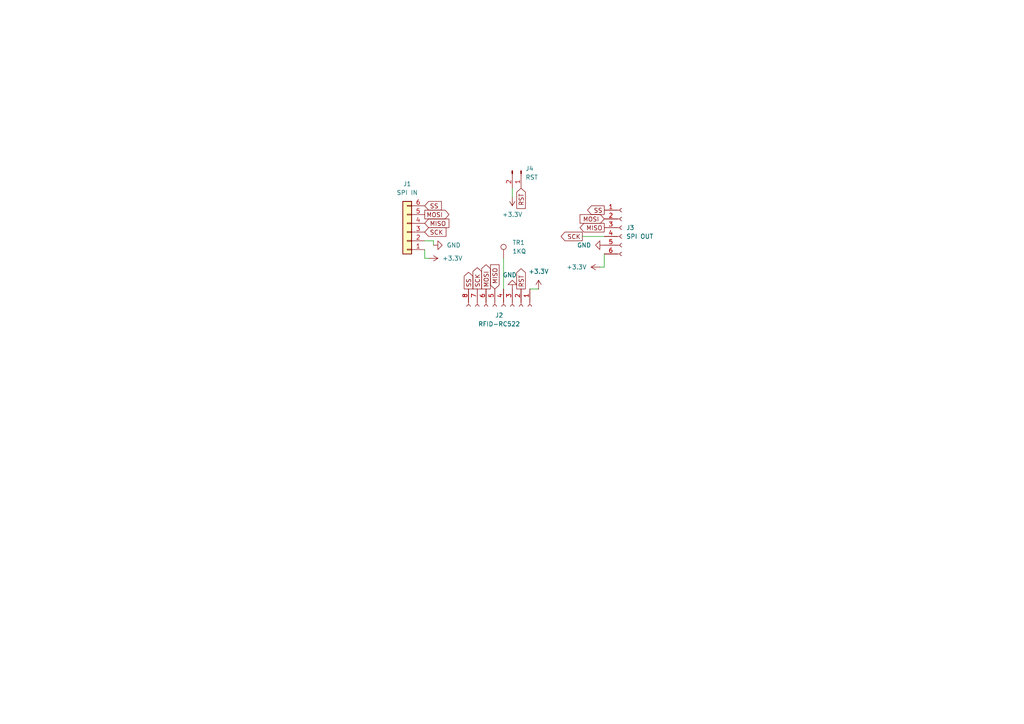
<source format=kicad_sch>
(kicad_sch (version 20250114) (generator "eeschema") (generator_version "9.0")
  (paper "A4")
  (lib_symbols
    (symbol "Connector:Conn_01x02_Pin" (pin_names (offset 1.016) (hide yes))
      (property "Reference" "J" (at 0 2.54 0))
      (property "Value" "Conn_01x02_Pin" (at 0 -5.08 0))
      (symbol "Conn_01x02_Pin_1_1"
        (rectangle (start 0.8636 0.127) (end 0 -0.127) (stroke (width 0.1524)) (fill (type outline)))
        (rectangle (start 0.8636 -2.413) (end 0 -2.667) (stroke (width 0.1524)) (fill (type outline)))
        (polyline (pts (xy 1.27 0) (xy 0.8636 0)) (stroke (width 0.1524)))
        (polyline (pts (xy 1.27 -2.54) (xy 0.8636 -2.54)) (stroke (width 0.1524)))
        (pin passive line (at 5.08 0 180) (length 3.81) (name "Pin_1") (number "1"))
        (pin passive line (at 5.08 -2.54 180) (length 3.81) (name "Pin_2") (number "2"))
      )
    )
    (symbol "Connector:Conn_01x06_Socket" (pin_names (offset 1.016) (hide yes))
      (property "Reference" "J" (at 0 7.62 0))
      (property "Value" "Conn_01x06_Socket" (at 0 -10.16 0))
      (symbol "Conn_01x06_Socket_1_1"
        (polyline (pts (xy -1.27 5.08) (xy -0.508 5.08)) (stroke (width 0.1524)))
        (polyline (pts (xy -1.27 2.54) (xy -0.508 2.54)) (stroke (width 0.1524)))
        (polyline (pts (xy -1.27 0) (xy -0.508 0)) (stroke (width 0.1524)))
        (polyline (pts (xy -1.27 -2.54) (xy -0.508 -2.54)) (stroke (width 0.1524)))
        (polyline (pts (xy -1.27 -5.08) (xy -0.508 -5.08)) (stroke (width 0.1524)))
        (polyline (pts (xy -1.27 -7.62) (xy -0.508 -7.62)) (stroke (width 0.1524)))
        (arc (start 0 4.572) (mid -0.5058 5.08) (end 0 5.588) (stroke (width 0.1524)))
        (arc (start 0 2.032) (mid -0.5058 2.54) (end 0 3.048) (stroke (width 0.1524)))
        (arc (start 0 -0.508) (mid -0.5058 0) (end 0 0.508) (stroke (width 0.1524)))
        (arc (start 0 -3.048) (mid -0.5058 -2.54) (end 0 -2.032) (stroke (width 0.1524)))
        (arc (start 0 -5.588) (mid -0.5058 -5.08) (end 0 -4.572) (stroke (width 0.1524)))
        (arc (start 0 -8.128) (mid -0.5058 -7.62) (end 0 -7.112) (stroke (width 0.1524)))
        (pin passive line (at -5.08 5.08 0) (length 3.81) (name "Pin_1") (number "1"))
        (pin passive line (at -5.08 2.54 0) (length 3.81) (name "Pin_2") (number "2"))
        (pin passive line (at -5.08 0 0) (length 3.81) (name "Pin_3") (number "3"))
        (pin passive line (at -5.08 -2.54 0) (length 3.81) (name "Pin_4") (number "4"))
        (pin passive line (at -5.08 -5.08 0) (length 3.81) (name "Pin_5") (number "5"))
        (pin passive line (at -5.08 -7.62 0) (length 3.81) (name "Pin_6") (number "6"))
      )
    )
    (symbol "Connector:Conn_01x08_Socket" (pin_names (offset 1.016) (hide yes))
      (property "Reference" "J" (at 0 10.16 0))
      (property "Value" "Conn_01x08_Socket" (at 0 -12.7 0))
      (symbol "Conn_01x08_Socket_1_1"
        (polyline (pts (xy -1.27 7.62) (xy -0.508 7.62)) (stroke (width 0.1524)))
        (polyline (pts (xy -1.27 5.08) (xy -0.508 5.08)) (stroke (width 0.1524)))
        (polyline (pts (xy -1.27 2.54) (xy -0.508 2.54)) (stroke (width 0.1524)))
        (polyline (pts (xy -1.27 0) (xy -0.508 0)) (stroke (width 0.1524)))
        (polyline (pts (xy -1.27 -2.54) (xy -0.508 -2.54)) (stroke (width 0.1524)))
        (polyline (pts (xy -1.27 -5.08) (xy -0.508 -5.08)) (stroke (width 0.1524)))
        (polyline (pts (xy -1.27 -7.62) (xy -0.508 -7.62)) (stroke (width 0.1524)))
        (polyline (pts (xy -1.27 -10.16) (xy -0.508 -10.16)) (stroke (width 0.1524)))
        (arc (start 0 7.112) (mid -0.5058 7.62) (end 0 8.128) (stroke (width 0.1524)))
        (arc (start 0 4.572) (mid -0.5058 5.08) (end 0 5.588) (stroke (width 0.1524)))
        (arc (start 0 2.032) (mid -0.5058 2.54) (end 0 3.048) (stroke (width 0.1524)))
        (arc (start 0 -0.508) (mid -0.5058 0) (end 0 0.508) (stroke (width 0.1524)))
        (arc (start 0 -3.048) (mid -0.5058 -2.54) (end 0 -2.032) (stroke (width 0.1524)))
        (arc (start 0 -5.588) (mid -0.5058 -5.08) (end 0 -4.572) (stroke (width 0.1524)))
        (arc (start 0 -8.128) (mid -0.5058 -7.62) (end 0 -7.112) (stroke (width 0.1524)))
        (arc (start 0 -10.668) (mid -0.5058 -10.16) (end 0 -9.652) (stroke (width 0.1524)))
        (pin passive line (at -5.08 7.62 0) (length 3.81) (name "Pin_1") (number "1"))
        (pin passive line (at -5.08 5.08 0) (length 3.81) (name "Pin_2") (number "2"))
        (pin passive line (at -5.08 2.54 0) (length 3.81) (name "Pin_3") (number "3"))
        (pin passive line (at -5.08 0 0) (length 3.81) (name "Pin_4") (number "4"))
        (pin passive line (at -5.08 -2.54 0) (length 3.81) (name "Pin_5") (number "5"))
        (pin passive line (at -5.08 -5.08 0) (length 3.81) (name "Pin_6") (number "6"))
        (pin passive line (at -5.08 -7.62 0) (length 3.81) (name "Pin_7") (number "7"))
        (pin passive line (at -5.08 -10.16 0) (length 3.81) (name "Pin_8") (number "8"))
      )
    )
    (symbol "Connector:TestPoint" (pin_numbers (hide yes)) (pin_names (offset 0.762) (hide yes))
      (property "Reference" "TP" (at 0 6.858 0))
      (property "Value" "TestPoint" (at 0 5.08 0))
      (symbol "TestPoint_0_1"
        (circle (center 0 3.302) (radius 0.762))
      )
      (symbol "TestPoint_1_1"
        (pin passive line (at 0 0 90) (length 2.54) (name "1") (number "1"))
      )
    )
    (symbol "Connector_Generic:Conn_01x06" (pin_names (offset 1.016) (hide yes))
      (property "Reference" "J" (at 0 7.62 0))
      (property "Value" "Conn_01x06" (at 0 -10.16 0))
      (symbol "Conn_01x06_1_1"
        (rectangle (start -1.27 6.35) (end 1.27 -8.89) (stroke (width 0.254)) (fill (type background)))
        (rectangle (start -1.27 5.207) (end 0 4.953) (stroke (width 0.1524)))
        (rectangle (start -1.27 2.667) (end 0 2.413) (stroke (width 0.1524)))
        (rectangle (start -1.27 0.127) (end 0 -0.127) (stroke (width 0.1524)))
        (rectangle (start -1.27 -2.413) (end 0 -2.667) (stroke (width 0.1524)))
        (rectangle (start -1.27 -4.953) (end 0 -5.207) (stroke (width 0.1524)))
        (rectangle (start -1.27 -7.493) (end 0 -7.747) (stroke (width 0.1524)))
        (pin passive line (at -5.08 5.08 0) (length 3.81) (name "Pin_1") (number "1"))
        (pin passive line (at -5.08 2.54 0) (length 3.81) (name "Pin_2") (number "2"))
        (pin passive line (at -5.08 0 0) (length 3.81) (name "Pin_3") (number "3"))
        (pin passive line (at -5.08 -2.54 0) (length 3.81) (name "Pin_4") (number "4"))
        (pin passive line (at -5.08 -5.08 0) (length 3.81) (name "Pin_5") (number "5"))
        (pin passive line (at -5.08 -7.62 0) (length 3.81) (name "Pin_6") (number "6"))
      )
    )
    (symbol "power:+3.3V" (power) (pin_numbers (hide yes)) (pin_names (offset 0) (hide yes))
      (property "Value" "+3.3V" (at 0 3.556 0))
      (symbol "+3.3V_0_1"
        (polyline (pts (xy -0.762 1.27) (xy 0 2.54)))
        (polyline (pts (xy 0 2.54) (xy 0.762 1.27)))
        (polyline (pts (xy 0 0) (xy 0 2.54)))
      )
      (symbol "+3.3V_1_1"
        (pin power_in line (at 0 0 90) (length 0) (name "~") (number "1"))
      )
    )
    (symbol "power:GND" (power) (pin_numbers (hide yes)) (pin_names (offset 0) (hide yes))
      (property "Value" "GND" (at 0 -3.81 0))
      (symbol "GND_0_1"
        (polyline (pts (xy 0 0) (xy 0 -1.27) (xy 1.27 -1.27) (xy 0 -2.54) (xy -1.27 -1.27) (xy 0 -1.27)))
      )
      (symbol "GND_1_1"
        (pin power_in line (at 0 0 270) (length 0) (name "~") (number "1"))
      )
    )
  )
  (wire (pts (xy 146.05 74.93) (xy 146.05 83.82)))
  (wire (pts (xy 175.26 77.47) (xy 173.99 77.47)))
  (wire (pts (xy 148.59 57.15) (xy 148.59 54.61)))
  (wire (pts (xy 124.46 74.93) (xy 123.19 74.93)))
  (wire (pts (xy 123.19 72.39) (xy 123.19 74.93)))
  (wire (pts (xy 125.73 69.85) (xy 123.19 69.85)))
  (wire (pts (xy 175.26 73.66) (xy 175.26 77.47)))
  (wire (pts (xy 168.91 68.58) (xy 175.26 68.58)))
  (wire (pts (xy 125.73 71.12) (xy 125.73 69.85)))
  (wire (pts (xy 156.21 83.82) (xy 153.67 83.82)))
  (global_label "SS" (shape input) (at 123.19 59.69 0) (property "Intersheetrefs" "${INTERSHEET_REFS}" (effects (hide yes))))
  (global_label "MISO" (shape input) (at 143.51 83.82 90) (property "Intersheetrefs" "${INTERSHEET_REFS}" (effects (hide yes))))
  (global_label "RST" (shape output) (at 151.13 83.82 90) (property "Intersheetrefs" "${INTERSHEET_REFS}" (effects (hide yes))))
  (global_label "SCK" (shape output) (at 138.43 83.82 90) (property "Intersheetrefs" "${INTERSHEET_REFS}" (effects (hide yes))))
  (global_label "MISO" (shape input) (at 123.19 64.77 0) (property "Intersheetrefs" "${INTERSHEET_REFS}" (effects (hide yes))))
  (global_label "MOSI" (shape output) (at 140.97 83.82 90) (property "Intersheetrefs" "${INTERSHEET_REFS}" (effects (hide yes))))
  (global_label "SCK" (shape input) (at 123.19 67.31 0) (property "Intersheetrefs" "${INTERSHEET_REFS}" (effects (hide yes))))
  (global_label "SS" (shape output) (at 175.26 60.96 180) (property "Intersheetrefs" "${INTERSHEET_REFS}" (effects (hide yes))))
  (global_label "SCK" (shape output) (at 168.91 68.58 180) (property "Intersheetrefs" "${INTERSHEET_REFS}" (effects (hide yes))))
  (global_label "MOSI" (shape output) (at 123.19 62.23 0) (property "Intersheetrefs" "${INTERSHEET_REFS}" (effects (hide yes))))
  (global_label "RST" (shape input) (at 151.13 54.61 270) (property "Intersheetrefs" "${INTERSHEET_REFS}" (effects (hide yes))))
  (global_label "MISO" (shape output) (at 175.26 66.04 180) (property "Intersheetrefs" "${INTERSHEET_REFS}" (effects (hide yes))))
  (global_label "SS" (shape output) (at 135.89 83.82 90) (property "Intersheetrefs" "${INTERSHEET_REFS}" (effects (hide yes))))
  (global_label "MOSI" (shape input) (at 175.26 63.5 180) (property "Intersheetrefs" "${INTERSHEET_REFS}" (effects (hide yes))))
  (symbol (lib_id "power:+3.3V") (at 148.59 57.15 180) (unit 1)
    (property "Reference" "#PWR07" (effects (hide yes)))
    (property "Value" "+3.3V" (at 148.59 62.23 0))
    (property "Description" "Power symbol creates a global label with name \"+3.3V\"" (effects (hide yes)))
  )
  (symbol (lib_id "power:GND") (at 148.59 83.82 180) (unit 1)
    (property "Reference" "#PWR06" (effects (hide yes)))
    (property "Value" "GND" (at 147.828 79.756 0))
    (property "Description" "Power symbol creates a global label with name \"GND\" , ground" (effects (hide yes)))
  )
  (symbol (lib_id "Connector:Conn_01x06_Socket") (at 180.34 66.04 0) (unit 1)
    (property "Reference" "J3" (at 181.61 66.0399 0) (effects (justify left)))
    (property "Value" "SPI OUT" (at 181.61 68.5799 0) (effects (justify left)))
    (property "Footprint" "Connector_PinSocket_2.54mm:PinSocket_1x06_P2.54mm_Horizontal" (effects (hide yes)))
    (property "Description" "Generic connector, single row, 01x06, script generated" (effects (hide yes)))
  )
  (symbol (lib_id "Connector:Conn_01x08_Socket") (at 146.05 88.9 270) (unit 1)
    (property "Reference" "J2" (at 144.78 91.44 90))
    (property "Value" "RFID-RC522" (at 144.78 93.98 90))
    (property "Footprint" "Connector_PinSocket_2.54mm:PinSocket_1x08_P2.54mm_Vertical" (effects (hide yes)))
    (property "Description" "Generic connector, single row, 01x08, script generated" (effects (hide yes)))
  )
  (symbol (lib_id "Connector:Conn_01x02_Pin") (at 151.13 49.53 270) (unit 1)
    (property "Reference" "J4" (at 152.4 48.8949 90) (effects (justify left)))
    (property "Value" "RST" (at 152.4 51.4349 90) (effects (justify left)))
    (property "Footprint" "Connector_PinHeader_2.54mm:PinHeader_1x02_P2.54mm_Vertical" (effects (hide yes)))
    (property "Description" "Generic connector, single row, 01x02, script generated" (effects (hide yes)))
  )
  (symbol (lib_id "power:+3.3V") (at 173.99 77.47 90) (unit 1)
    (property "Reference" "#PWR04" (effects (hide yes)))
    (property "Value" "+3.3V" (at 170.18 77.4699 90) (effects (justify left)))
    (property "Description" "Power symbol creates a global label with name \"+3.3V\"" (effects (hide yes)))
  )
  (symbol (lib_id "power:GND") (at 125.73 71.12 90) (unit 1)
    (property "Reference" "#PWR02" (effects (hide yes)))
    (property "Value" "GND" (at 129.54 71.1199 90) (effects (justify right)))
    (property "Description" "Power symbol creates a global label with name \"GND\" , ground" (effects (hide yes)))
  )
  (symbol (lib_id "power:GND") (at 175.26 71.12 270) (unit 1)
    (property "Reference" "#PWR03" (effects (hide yes)))
    (property "Value" "GND" (at 171.45 71.1199 90) (effects (justify right)))
    (property "Description" "Power symbol creates a global label with name \"GND\" , ground" (effects (hide yes)))
  )
  (symbol (lib_id "power:+3.3V") (at 124.46 74.93 270) (unit 1)
    (property "Reference" "#PWR01" (effects (hide yes)))
    (property "Value" "+3.3V" (at 128.27 74.9299 90) (effects (justify left)))
    (property "Description" "Power symbol creates a global label with name \"+3.3V\"" (effects (hide yes)))
  )
  (symbol (lib_id "Connector:TestPoint") (at 146.05 74.93 0) (unit 1)
    (property "Reference" "TR1" (at 148.59 70.3579 0) (effects (justify left)))
    (property "Value" "1KQ" (at 148.59 72.8979 0) (effects (justify left)))
    (property "Footprint" "Connector_Wire:SolderWirePad_1x01_SMD_1.5x3mm" (effects (hide yes)))
    (property "Description" "test point" (effects (hide yes)))
  )
  (symbol (lib_id "power:+3.3V") (at 156.21 83.82 0) (unit 1)
    (property "Reference" "#PWR05" (effects (hide yes)))
    (property "Value" "+3.3V" (at 156.21 78.74 0))
    (property "Description" "Power symbol creates a global label with name \"+3.3V\"" (effects (hide yes)))
  )
  (symbol (lib_id "Connector_Generic:Conn_01x06") (at 118.11 67.31 180) (unit 1)
    (property "Reference" "J1" (at 118.11 53.34 0))
    (property "Value" "SPI IN" (at 118.11 55.88 0))
    (property "Footprint" "Connector_PinHeader_2.54mm:PinHeader_1x06_P2.54mm_Horizontal" (effects (hide yes)))
    (property "Description" "Generic connector, single row, 01x06, script generated (kicad-library-utils/schlib/autogen/connector/)" (effects (hide yes)))
  )
)
</source>
